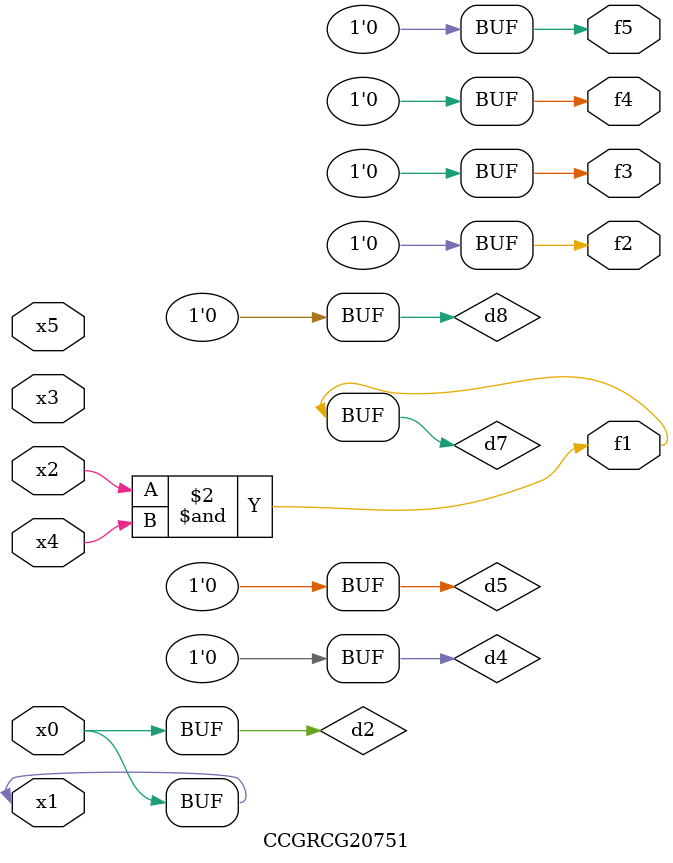
<source format=v>
module CCGRCG20751(
	input x0, x1, x2, x3, x4, x5,
	output f1, f2, f3, f4, f5
);

	wire d1, d2, d3, d4, d5, d6, d7, d8, d9;

	nand (d1, x1);
	buf (d2, x0, x1);
	nand (d3, x2, x4);
	and (d4, d1, d2);
	and (d5, d1, d2);
	nand (d6, d1, d3);
	not (d7, d3);
	xor (d8, d5);
	nor (d9, d5, d6);
	assign f1 = d7;
	assign f2 = d8;
	assign f3 = d8;
	assign f4 = d8;
	assign f5 = d8;
endmodule

</source>
